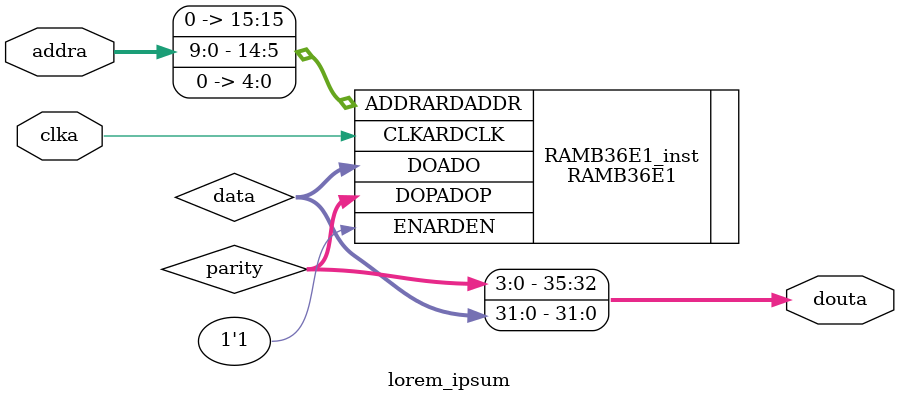
<source format=v>
`timescale 1ns / 1ps


module lorem_ipsum(
    input clka,
    input [9:0] addra,
    output [35:0] douta
    );
    
    wire [31:0] data;
    wire [3:0] parity;
    
    assign douta = {parity, data};
    
RAMB36E1 #(
   // Address Collision Mode: "PERFORMANCE" or "DELAYED_WRITE"
   .RDADDR_COLLISION_HWCONFIG("DELAYED_WRITE"),
   // Collision check: Values ("ALL", "WARNING_ONLY", "GENERATE_X_ONLY" or "NONE")
   .SIM_COLLISION_CHECK("ALL"),
   // DOA_REG, DOB_REG: Optional output register (0 or 1)
   .DOA_REG(0),
   .DOB_REG(0),
   .EN_ECC_READ("FALSE"),                                                            // Enable ECC decoder,
                                                                                     // FALSE, TRUE
   .EN_ECC_WRITE("FALSE"),                                                           // Enable ECC encoder,
                                                                                     // FALSE, TRUE
   // INITP_00 to INITP_0F: Initial contents of the parity memory array
   .INITP_00(256'h0000000000000000000000000000000000000000000000000000000000000000),
   .INITP_01(256'h0000000000000000000000000000000000000000000000000000000000000000),
   .INITP_02(256'h0000000000000000000000000000000000000000000000000000000000000000),
   .INITP_03(256'h0000000000000000000000000000000000000000000000000000000000000000),
   .INITP_04(256'h0000000000000000000000000000000000000000000000000000000000000000),
   .INITP_05(256'h0000000000000000000000000000000000000000000000000000000000000000),
   .INITP_06(256'h0000000000000000000000000000000000000000000000000000000000000000),
   .INITP_07(256'h0000000000000000000000000000000000000000000000000000000000000000),
   .INITP_08(256'h0000000000000000000000000000000000000000000000000000000000000000),
   .INITP_09(256'h0000000000000000000000000000000000000000000000000000000000000000),
   .INITP_0A(256'h0000000000000000000000000000000000000000000000000000000000000000),
   .INITP_0B(256'h0000000000000000000000000000000000000000000000000000000000000000),
   .INITP_0C(256'h0000000000000000000000000000000000000000000000000000000000000000),
   .INITP_0D(256'h0000000000000000000000000000000000000000000000000000000000000000),
   .INITP_0E(256'h0000000000000000000000000000000000000000000000000000000000000000),
   .INITP_0F(256'h0000000000000000000000000000000000000000000000000000000000000000),
   // INIT_00 to INIT_7F: Initial contents of the data memory array
    .INIT_00(256'h646174636173736f72636164696361746e756f63636174756f6261656c626161),
	.INIT_01(256'h746661746e656d657369747265766461746e656d7473756a64616e6f69746964),
	.INIT_02(256'h6d6c616c6c61726961746e656d656572676174736e696167616e696167617265),
	.INIT_03(256'h61656c676e61646e61746e656d6573756d61746e756f6d61676e6f6d6174736f),
	.INIT_04(256'h61737574617261707061796e61746e61726577736e616c616d696e617972676e),
	.INIT_05(256'h61796d72616d7261746e656d75677261686372616c61766f72707061656c7070),
	.INIT_06(256'h727474616e6f69746e6574746174706d657474616b6361747461746173617472),
	.INIT_07(256'h0a420a656b617761636974616d6f747561797469726f687475616e6f69746361),
	.INIT_08(256'h736162646e61626c6c616265636e616c61626761626461626b63616279626162),
	.INIT_09(256'h75616365626c756669747561656265626874616274656b7361626e6973616265),
	.INIT_0A(256'h6c6c65626665696c6562726f69766168656265726f6665626565626465626573),
	.INIT_0B(256'h657469627469626874726962647269626e6565777465627972726562746e6562),
	.INIT_0C(256'h616f6265756c62776f6c62646f6f6c626564616c626b63616c62726574746962),
	.INIT_0D(256'h746f62746f6f626b6f6f62656e6f62676e696c696f6279646f6274616f626472),
	.INIT_0E(256'h7262737361726268636e617262656b6172626e69617262796f62786f62656c74),
	.INIT_0F(256'h6e656b6f72627468676972626567646972626b63697262687461657262646165),
	.INIT_10(256'h62676e69646c69756274656b63756268737572626e776f7262726568746f7262),
	.INIT_11(256'h7475627265747475627475627373656e6973756274737275626e727562626c75),
	.INIT_12(256'h65726163647261637361766e61636172656d6163656b61630a430a79626e6f74),
	.INIT_13(256'h6e696168636e6961747265636573756163746163747261636567616972726163),
	.INIT_14(256'h6d656863657365656863706165686365676e61686365636e6168636b6c616863),
	.INIT_15(256'h6c63656c637269636863727568636e696863666569686374736568636c616369),
	.INIT_16(256'h6374616f636c616f6364756f6c6368746f6c636b636f6c637261656c636e6165),
	.INIT_17(256'h6d6f6374726f666d6f63656d6f63626d6f63726f6c6f6372616c6c6f63646c6f),
	.INIT_18(256'h6d6f636e6f73697261706d6f63796e61706d6f636e6f6d6d6f6365657474696d),
	.INIT_19(256'h6e6f697469646e6f6378656c706d6f636574656c706d6f636e6f697469746570),
	.INIT_1A(256'h6f636b6f6f636c6f72746e6f6373756f6963736e6f636e6f697463656e6e6f63),
	.INIT_1B(256'h746e756f636867756f636e6f74746f636b726f6364726f6379706f6372657070),
	.INIT_1C(256'h636c65757263656d6972637469646572636b63617263776f637265766f637972),
	.INIT_1D(256'h73756365767275636e696174727563746e657272756370756379726368737572),
	.INIT_1E(256'h7468677561646b7261647265676e61646567616d61640a440a7475636e6f6968),
	.INIT_1F(256'h65646e6f69736963656474626564687461656472616564646165647961647265),
	.INIT_20(256'h646e6769736564746e65646e6570656465746163696c65646565726765647065),
	.INIT_21(256'h6e656d706f6c657665646c69617465646e6f6974637572747365646572697365),
	.INIT_22(256'h747269646e6f697463657269646e6f69747365676964746e6572656666696474),
	.INIT_23(256'h7567736964657361657369646e6f6973737563736964797265766f6373696479),
	.INIT_24(256'h6f646e6f6973697669646e6f6974756269727473696465636e61747369647473),
	.INIT_25(256'h73736572647265776172646e696172646e776f647462756f64726f6f64676f64),
	.INIT_26(256'h7261657261650a450a74737564797264706f7264676e69766972646b6e697264),
	.INIT_27(256'h67657463656666656e6f6974616375646565676465747361656874726165796c),
	.INIT_28(256'h656867756f6e65656e69676e65646e656369727463656c6563697473616c6567),
	.INIT_29(256'h706d617865797265766572657665746e6576656e657665726f7272656c617571),
	.INIT_2A(256'h657078656e6f69736e6170786565636e65747369786565676e6168637865656c),
	.INIT_2B(256'h61666c6c616674636166656361660a460a65796574726570786565636e656972),
	.INIT_2C(256'h616566726165667265687461667461666d726166726166796c696d616665736c),
	.INIT_2D(256'h6966656c6974726566656c616d6566676e696c656566656c6265656672656874),
	.INIT_2E(256'h69667473726966657269667265676e69667468676966646c6569666e6f697463),
	.INIT_2F(256'h66726f6f6c66746867696c6674616c66656d616c6667616c6664657869666873),
	.INIT_30(256'h6f66726f66746f6f666873696c6f6f66646f6f66646c6f66796c667265776f6c),
	.INIT_31(256'h6665657266656d6172666c776f6664726177726f666d726f666b726f66656372),
	.INIT_32(256'h666c6c75667469757266746e6f72666d6f7266646e65697266746e6575716572),
	.INIT_33(256'h657669676c7269677465676c6172656e65676e65647261670a470a6572757475),
	.INIT_34(256'h656d6e7265766f67646f6f67646c6f6774616f676f6765766f6c677373616c67),
	.INIT_35(256'h7267706972676e6565726774616572677961726773736172676e69617267746e),
	.INIT_36(256'h616872656d6d6168726961680a480a6e756765646975676874776f726770756f),
	.INIT_37(256'h68796e6f6d72616864726168726f627261687970706168676e69676e6168646e),
	.INIT_38(256'h6568676e69726165687968746c61656864616568656865766168657461687461),
	.INIT_39(256'h6f68656c6f6879726f747369686867696865726568706c656874616568747261),
	.INIT_3A(256'h756f686c61746970736f686573726f686e726f6865706f686b6f6f68776f6c6c),
	.INIT_3B(256'h6d696c6c69666961656469656369490a490a726f6d7568776f686573756f6872),
	.INIT_3C(256'h7972747375646e696573616572636e696e6965736c75706d69746e6174726f70),
	.INIT_3D(256'h65746e6965636e617275736e69746e656d757274736e69746365736e696b6e69),
	.INIT_3E(256'h6a796c6c656a0a4a0a646e616c73696e6f72696e6f69746e65766e6974736572),
	.INIT_3F(256'h6b7065656b0a4b0a706d756a656764756a79656e72756f6a6e696f6a6c657765),
	.INIT_40(256'h6f6e6b6566696e6b65656e6b7373696b646e696b6b63696b79656b656c747465),
	.INIT_41(256'h74616c7473616c65676175676e616c646e616c0a4c0a656764656c776f6e6b74),
	.INIT_42(256'h7265687461656c676e696e7261656c6661656c6461656c77616c686775616c65),
	.INIT_43(256'h7466696c7972617262696c6c6576656c72657474656c74656c67656c7466656c),
	.INIT_44(256'h64697571696c70696c6e656e696c656e696c74696d696c656b696c746867696c),
	.INIT_45(256'h6b636f6c676e6976696c29747361656c2c7373656c28656c7474696c7473696c),
	.INIT_46(256'h6d0a4d0a776f6c65766f6c64756f6c73736f6c65736f6f6c6b6f6f6c676e6f6c),
	.INIT_47(256'h6d6b72616d70616d726567616e616d6e616d656c616d656b616d656e69686361),
	.INIT_48(256'h79616d6c6169726574616d686374616d7373616d6465697272616d74656b7261),
	.INIT_49(256'h6d656d676e697465656d6c61636964656d7461656d6572757361656d6c61656d),
	.INIT_4A(256'h696d646e696d6b6c696d79726174696c696d656c6464696d6c6174656d79726f),
	.INIT_4B(256'h746e6f6d79656b6e6f6d79656e6f6d646578696d7473696d6574756e696d656e),
	.INIT_4C(256'h6e6961746e756f6d6e6f69746f6d726568746f6d676e696e726f6d6e6f6f6d68),
	.INIT_4D(256'h756d656c6373756d2974736f6d2c65726f6d286863756d65766f6d6874756f6d),
	.INIT_4E(256'h61727574616e6e6f6974616e776f7272616e656d616e6c69616e0a4e0a636973),
	.INIT_4F(256'h7672656e656c6465656e6465656e6b63656e79726173736563656e7261656e6c),
	.INIT_50(256'h726f6e6c616d726f6e6573696f6e6f6e746867696e7377656e77656e74656e65),
	.INIT_51(256'h6573626f0a4f0a74756e7265626d756e776f6e65746f6e746f6e65736f6e6874),
	.INIT_52(256'h6f6e6f646c6f6c696f65636966666f726566666f66666f666f6e6f6974617672),
	.INIT_53(256'h6f657469736f70706f6e6f696e69706f6e6f6974617265706f6e65706f796c6e),
	.INIT_54(256'h746e656d616e726f6e6f6974617a696e6167726f726564726f65676e61726f72),
	.INIT_55(256'h6e696170656761700a500a72656e776f7265766f6e65766f74756f726568746f),
	.INIT_56(256'h74736170747261706c65637261706c656c6c617261707265706170746e696170),
	.INIT_57(256'h6e6f737265706c69636e65706e65706563616570746e656d7961706574736170),
	.INIT_58(256'h6c706563616c70657069706e6970676970657275746369706c61636973796870),
	.INIT_59(256'h706572757361656c70657361656c7079616c706574616c70746e616c70656e61),
	.INIT_5A(256'h6974696c6f706873696c6f706e6f73696f70746e696f7074656b636f70776f6c),
	.INIT_5B(256'h746f70656c626973736f706e6f697469736f70726574726f70726f6f706c6163),
	.INIT_5C(256'h6972706563697270746e65736572707265776f70726564776f706f7461746f70),
	.INIT_5D(256'h7270737365636f7270656c6261626f7270657461766972706e6f73697270746e),
	.INIT_5E(256'h70747365746f727065736f727079747265706f72707469666f7270656375646f),
	.INIT_5F(256'h757065736f70727570746e656d6873696e7570706d75706c6c757063696c6275),
	.INIT_60(256'h656975716b636975716e6f6974736575717974696c6175710a510a7475706873),
	.INIT_61(256'h7961726574617274617265676e61726e6961726c6961720a520a657469757174),
	.INIT_62(256'h7069656365726e6f736165727964616572676e69646165726e6f697463616572),
	.INIT_63(256'h726e6f6974616c657272616c7567657274657267657264657264726f63657274),
	.INIT_64(256'h70736572747365757165726576697461746e657365727065726e6f6967696c65),
	.INIT_65(256'h69726d687479687264726177657274736572656c6269736e6f70736572746365),
	.INIT_66(256'h72666f6f726c6c6f72646f7264616f727265766972676e697274686769726563),
	.INIT_67(256'h61730a530a6e7572656c7572627572646e756f726867756f72746f6f726d6f6f),
	.INIT_68(256'h686373656c616373796173646e6173656d6173746c61736c6961736566617364),
	.INIT_69(256'h657374616573616573776572637373726f737369637365636e656963736c6f6f),
	.INIT_6A(256'h65736d65657364656573656573797261746572636573746572636573646e6f63),
	.INIT_6B(256'h69726573657461726170657365736e6573646e6573666c65736e6f697463656c),
	.INIT_6C(256'h72616873656d616873656b6168736564616873786573746e617672657373756f),
	.INIT_6D(256'h6f6873656f68736b636f6873747269687370696873666c656873706565687370),
	.INIT_6E(256'h6973656c706d69737265766c69736b6c69736e67697365646973747568737472),
	.INIT_6F(256'h6f6c7370696c737065656c73796b737472696b736e696b73657a697372657473),
	.INIT_70(256'h73656b6f6d73656c696d736c6c656d736873616d736c6c616d73776f6c736570),
	.INIT_71(256'h746569636f7370616f736f73776f6e73657a65656e73656b616e7368746f6f6d),
	.INIT_72(256'h756f7374726f73676e6f736e6f73656d6f7364696c6f7374666f736b636f7379),
	.INIT_73(256'h6e6f70736c616963657073656461707365636170736874756f7370756f73646e),
	.INIT_74(256'h617473706d6174736567617473657261757173676e697270736e6f6f70736567),
	.INIT_75(256'h6c656574736d616574736e6f6974617473746e656d6574617473747261747372),
	.INIT_76(256'h6974736c6c6974736666697473796b636974736b63697473706574736d657473),
	.INIT_77(256'h65726f7473706f7473656e6f74736863616d6f7473676e696b636f7473686374),
	.INIT_78(256'h63746572747374656572747365676e61727473746867696172747379726f7473),
	.INIT_79(256'h6475736863757365636e617473627573657275746375727473676e6f72747368),
	.INIT_7A(256'h6f707075736e757372656d6d75736e6f697473656767757372616775736e6564),
	.INIT_7B(256'h6c6261740a540a6d65747379736d697773746565777365736972707275737472),
	.INIT_7C(256'h6e69686361657478617465747361746c6c61746b6c6174656b61746c69617465),
	.INIT_7D(256'h6f6568746e656874656874746168746e6168747473657479636e65646e657467),
	.INIT_7E(256'h746867756f687473696874676e6968746e6968746b6369687465726568747972),
   // INIT_A, INIT_B: Initial values on output ports
   .INIT_A(36'h000000000),
   .INIT_B(36'h000000000),
   // Initialization File: RAM initialization file
   .INIT_FILE("NONE"),
   // RAM Mode: "SDP" or "TDP"
   .RAM_MODE("TDP"),
   // RAM_EXTENSION_A, RAM_EXTENSION_B: Selects cascade mode ("UPPER", "LOWER", or "NONE")
   .RAM_EXTENSION_A("NONE"),
   .RAM_EXTENSION_B("NONE"),
   // READ_WIDTH_A/B, WRITE_WIDTH_A/B: Read/write width per port
   .READ_WIDTH_A(36),                                                                 // 0-72
   .READ_WIDTH_B(0),                                                                 // 0-36
   .WRITE_WIDTH_A(0),                                                                // 0-36
   .WRITE_WIDTH_B(0),                                                                // 0-72
   // RSTREG_PRIORITY_A, RSTREG_PRIORITY_B: Reset or enable priority ("RSTREG" or "REGCE")
   .RSTREG_PRIORITY_A("RSTREG"),
   .RSTREG_PRIORITY_B("RSTREG"),
   // SRVAL_A, SRVAL_B: Set/reset value for output
   .SRVAL_A(36'h000000000),
   .SRVAL_B(36'h000000000),
   // Simulation Device: Must be set to "7SERIES" for simulation behavior
   .SIM_DEVICE("7SERIES"),
   // WriteMode: Value on output upon a write ("WRITE_FIRST", "READ_FIRST", or "NO_CHANGE")
   .WRITE_MODE_A("NO_CHANGE"),
   .WRITE_MODE_B("NO_CHANGE")
)
RAMB36E1_inst (
   // Cascade Signals: 1-bit (each) output: BRAM cascade ports (to create 64kx1)
   //.CASCADEOUTA(CASCADEOUTA),     // 1-bit output: A port cascade
   //.CASCADEOUTB(CASCADEOUTB),     // 1-bit output: B port cascade
   // ECC Signals: 1-bit (each) output: Error Correction Circuitry ports
   //.DBITERR(DBITERR),             // 1-bit output: Double bit error status
   //.ECCPARITY(ECCPARITY),         // 8-bit output: Generated error correction parity
   //.RDADDRECC(RDADDRECC),         // 9-bit output: ECC read address
   //.SBITERR(SBITERR),             // 1-bit output: Single bit error status
   // Port A Data: 32-bit (each) output: Port A data
   .DOADO(data),                 // 32-bit output: A port data/LSB data
   .DOPADOP(parity),             // 4-bit output: A port parity/LSB parity
   // Port B Data: 32-bit (each) output: Port B data
   //.DOBDO(DOBDO),                 // 32-bit output: B port data/MSB data
   //.DOPBDOP(DOPBDOP),             // 4-bit output: B port parity/MSB parity
   // Cascade Signals: 1-bit (each) input: BRAM cascade ports (to create 64kx1)
   //.CASCADEINA(CASCADEINA),       // 1-bit input: A port cascade
   //.CASCADEINB(CASCADEINB),       // 1-bit input: B port cascade
   // ECC Signals: 1-bit (each) input: Error Correction Circuitry ports
   //.INJECTDBITERR(INJECTDBITERR), // 1-bit input: Inject a double bit error
   //.INJECTSBITERR(INJECTSBITERR), // 1-bit input: Inject a single bit error
   // Port A Address/Control Signals: 16-bit (each) input: Port A address and control signals (read port
   // when RAM_MODE="SDP")
   .ADDRARDADDR({1'b0, addra[9:0], 5'b00000}),     // 16-bit input: A port address/Read address
   .CLKARDCLK(clka),         // 1-bit input: A port clock/Read clock
   .ENARDEN(1'b1)             // 1-bit input: A port enable/Read enable
   //.REGCEAREGCE(REGCEAREGCE),     // 1-bit input: A port register enable/Register enable
   //.RSTRAMARSTRAM(RSTRAMARSTRAM), // 1-bit input: A port set/reset
   //.RSTREGARSTREG(RSTREGARSTREG), // 1-bit input: A port register set/reset
   //.WEA(WEA),                     // 4-bit input: A port write enable
   // Port A Data: 32-bit (each) input: Port A data
   //.DIADI(DIADI),                 // 32-bit input: A port data/LSB data
   //.DIPADIP(DIPADIP)             // 4-bit input: A port parity/LSB parity
   // Port B Address/Control Signals: 16-bit (each) input: Port B address and control signals (write port
   // when RAM_MODE="SDP")
   //.ADDRBWRADDR(ADDRBWRADDR),     // 16-bit input: B port address/Write address
   //.CLKBWRCLK(CLKBWRCLK),         // 1-bit input: B port clock/Write clock
   //.ENBWREN(ENBWREN),             // 1-bit input: B port enable/Write enable
   //.REGCEB(REGCEB),               // 1-bit input: B port register enable
   //.RSTRAMB(RSTRAMB),             // 1-bit input: B port set/reset
   //.RSTREGB(RSTREGB),             // 1-bit input: B port register set/reset
   //.WEBWE(WEBWE),                 // 8-bit input: B port write enable/Write enable
   // Port B Data: 32-bit (each) input: Port B data
   //.DIBDI(DIBDI),                 // 32-bit input: B port data/MSB data
   //.DIPBDIP(DIPBDIP)              // 4-bit input: B port parity/MSB parity
);

// End of RAMB36E1_inst instantiation
    
endmodule

</source>
